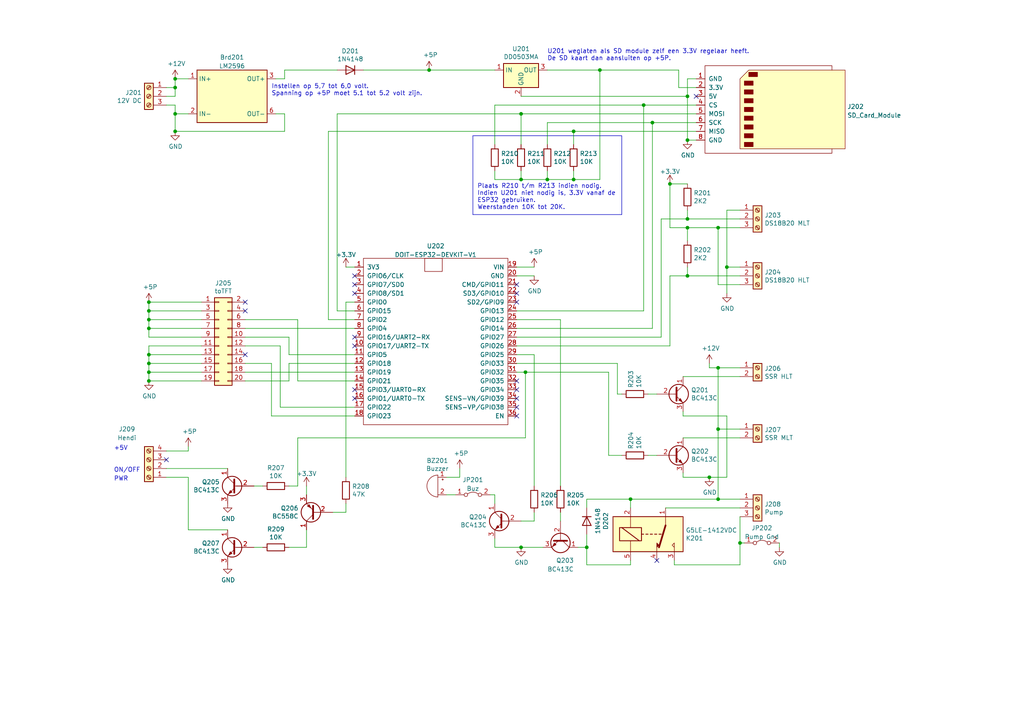
<source format=kicad_sch>
(kicad_sch (version 20230121) (generator eeschema)
  (paper "A4")
  (title_block (title "Brewboard") (date "2021-07-05") (rev "1.2") (company "MBSE") (comment 1 "Mainboard"))
  (lib_symbols
    (symbol "1N4148_1" (pin_numbers hide) (pin_names hide)
      (property "Reference" "D" (at 0 2.54 0))
      (property "Value" "1N4148_1" (at 0 -2.54 0))
      (symbol "1N4148_1_0_1"
        (polyline (pts (xy -1.27 1.27) (xy -1.27 -1.27)) (stroke (width 0.254)))
        (polyline (pts (xy 1.27 0) (xy -1.27 0)))
        (polyline (pts (xy 1.27 1.27) (xy 1.27 -1.27) (xy -1.27 0) (xy 1.27 1.27)) (stroke (width 0.254)))
      )
      (symbol "1N4148_1_1_1"
        (pin passive line (at -3.81 0 0) (length 2.54) (name "K") (number "1"))
        (pin passive line (at 3.81 0 180) (length 2.54) (name "A") (number "2"))
      )
    )
    (symbol "Connector:Screw_Terminal_01x02" (pin_names (offset 1.016) hide)
      (property "Reference" "J" (at 0 2.54 0))
      (property "Value" "Screw_Terminal_01x02" (at 0 -5.08 0))
      (symbol "Screw_Terminal_01x02_1_1"
        (rectangle (start -1.27 1.27) (end 1.27 -3.81) (stroke (width 0.254)) (fill (type background)))
        (circle (center 0 -2.54) (radius 0.635) (stroke (width 0.1524)))
        (polyline (pts (xy -0.5334 -2.2098) (xy 0.3302 -3.048)) (stroke (width 0.1524)))
        (polyline (pts (xy -0.5334 0.3302) (xy 0.3302 -0.508)) (stroke (width 0.1524)))
        (polyline (pts (xy -0.3556 -2.032) (xy 0.508 -2.8702)) (stroke (width 0.1524)))
        (polyline (pts (xy -0.3556 0.508) (xy 0.508 -0.3302)) (stroke (width 0.1524)))
        (circle (center 0 0) (radius 0.635) (stroke (width 0.1524)))
        (pin passive line (at -5.08 0 0) (length 3.81) (name "Pin_1") (number "1"))
        (pin passive line (at -5.08 -2.54 0) (length 3.81) (name "Pin_2") (number "2"))
      )
    )
    (symbol "Connector:Screw_Terminal_01x03" (pin_names (offset 1.016) hide)
      (property "Reference" "J" (at 0 5.08 0))
      (property "Value" "Screw_Terminal_01x03" (at 0 -5.08 0))
      (symbol "Screw_Terminal_01x03_1_1"
        (rectangle (start -1.27 3.81) (end 1.27 -3.81) (stroke (width 0.254)) (fill (type background)))
        (circle (center 0 -2.54) (radius 0.635) (stroke (width 0.1524)))
        (polyline (pts (xy -0.5334 -2.2098) (xy 0.3302 -3.048)) (stroke (width 0.1524)))
        (polyline (pts (xy -0.5334 0.3302) (xy 0.3302 -0.508)) (stroke (width 0.1524)))
        (polyline (pts (xy -0.5334 2.8702) (xy 0.3302 2.032)) (stroke (width 0.1524)))
        (polyline (pts (xy -0.3556 -2.032) (xy 0.508 -2.8702)) (stroke (width 0.1524)))
        (polyline (pts (xy -0.3556 0.508) (xy 0.508 -0.3302)) (stroke (width 0.1524)))
        (polyline (pts (xy -0.3556 3.048) (xy 0.508 2.2098)) (stroke (width 0.1524)))
        (circle (center 0 0) (radius 0.635) (stroke (width 0.1524)))
        (circle (center 0 2.54) (radius 0.635) (stroke (width 0.1524)))
        (pin passive line (at -5.08 2.54 0) (length 3.81) (name "Pin_1") (number "1"))
        (pin passive line (at -5.08 0 0) (length 3.81) (name "Pin_2") (number "2"))
        (pin passive line (at -5.08 -2.54 0) (length 3.81) (name "Pin_3") (number "3"))
      )
    )
    (symbol "Connector:Screw_Terminal_01x04" (pin_names (offset 1.016) hide)
      (property "Reference" "J" (at 0 5.08 0))
      (property "Value" "Screw_Terminal_01x04" (at 0 -7.62 0))
      (symbol "Screw_Terminal_01x04_1_1"
        (rectangle (start -1.27 3.81) (end 1.27 -6.35) (stroke (width 0.254)) (fill (type background)))
        (circle (center 0 -5.08) (radius 0.635) (stroke (width 0.1524)))
        (circle (center 0 -2.54) (radius 0.635) (stroke (width 0.1524)))
        (polyline (pts (xy -0.5334 -4.7498) (xy 0.3302 -5.588)) (stroke (width 0.1524)))
        (polyline (pts (xy -0.5334 -2.2098) (xy 0.3302 -3.048)) (stroke (width 0.1524)))
        (polyline (pts (xy -0.5334 0.3302) (xy 0.3302 -0.508)) (stroke (width 0.1524)))
        (polyline (pts (xy -0.5334 2.8702) (xy 0.3302 2.032)) (stroke (width 0.1524)))
        (polyline (pts (xy -0.3556 -4.572) (xy 0.508 -5.4102)) (stroke (width 0.1524)))
        (polyline (pts (xy -0.3556 -2.032) (xy 0.508 -2.8702)) (stroke (width 0.1524)))
        (polyline (pts (xy -0.3556 0.508) (xy 0.508 -0.3302)) (stroke (width 0.1524)))
        (polyline (pts (xy -0.3556 3.048) (xy 0.508 2.2098)) (stroke (width 0.1524)))
        (circle (center 0 0) (radius 0.635) (stroke (width 0.1524)))
        (circle (center 0 2.54) (radius 0.635) (stroke (width 0.1524)))
        (pin passive line (at -5.08 2.54 0) (length 3.81) (name "Pin_1") (number "1"))
        (pin passive line (at -5.08 0 0) (length 3.81) (name "Pin_2") (number "2"))
        (pin passive line (at -5.08 -2.54 0) (length 3.81) (name "Pin_3") (number "3"))
        (pin passive line (at -5.08 -5.08 0) (length 3.81) (name "Pin_4") (number "4"))
      )
    )
    (symbol "Connector_Generic:Conn_02x10_Odd_Even" (pin_names (offset 1.016) hide)
      (property "Reference" "J" (at 1.27 12.7 0))
      (property "Value" "Conn_02x10_Odd_Even" (at 1.27 -15.24 0))
      (symbol "Conn_02x10_Odd_Even_1_1"
        (rectangle (start -1.27 -12.573) (end 0 -12.827) (stroke (width 0.1524)))
        (rectangle (start -1.27 -10.033) (end 0 -10.287) (stroke (width 0.1524)))
        (rectangle (start -1.27 -7.493) (end 0 -7.747) (stroke (width 0.1524)))
        (rectangle (start -1.27 -4.953) (end 0 -5.207) (stroke (width 0.1524)))
        (rectangle (start -1.27 -2.413) (end 0 -2.667) (stroke (width 0.1524)))
        (rectangle (start -1.27 0.127) (end 0 -0.127) (stroke (width 0.1524)))
        (rectangle (start -1.27 2.667) (end 0 2.413) (stroke (width 0.1524)))
        (rectangle (start -1.27 5.207) (end 0 4.953) (stroke (width 0.1524)))
        (rectangle (start -1.27 7.747) (end 0 7.493) (stroke (width 0.1524)))
        (rectangle (start -1.27 10.287) (end 0 10.033) (stroke (width 0.1524)))
        (rectangle (start -1.27 11.43) (end 3.81 -13.97) (stroke (width 0.254)) (fill (type background)))
        (rectangle (start 3.81 -12.573) (end 2.54 -12.827) (stroke (width 0.1524)))
        (rectangle (start 3.81 -10.033) (end 2.54 -10.287) (stroke (width 0.1524)))
        (rectangle (start 3.81 -7.493) (end 2.54 -7.747) (stroke (width 0.1524)))
        (rectangle (start 3.81 -4.953) (end 2.54 -5.207) (stroke (width 0.1524)))
        (rectangle (start 3.81 -2.413) (end 2.54 -2.667) (stroke (width 0.1524)))
        (rectangle (start 3.81 0.127) (end 2.54 -0.127) (stroke (width 0.1524)))
        (rectangle (start 3.81 2.667) (end 2.54 2.413) (stroke (width 0.1524)))
        (rectangle (start 3.81 5.207) (end 2.54 4.953) (stroke (width 0.1524)))
        (rectangle (start 3.81 7.747) (end 2.54 7.493) (stroke (width 0.1524)))
        (rectangle (start 3.81 10.287) (end 2.54 10.033) (stroke (width 0.1524)))
        (pin passive line (at -5.08 10.16 0) (length 3.81) (name "Pin_1") (number "1"))
        (pin passive line (at 7.62 0 180) (length 3.81) (name "Pin_10") (number "10"))
        (pin passive line (at -5.08 -2.54 0) (length 3.81) (name "Pin_11") (number "11"))
        (pin passive line (at 7.62 -2.54 180) (length 3.81) (name "Pin_12") (number "12"))
        (pin passive line (at -5.08 -5.08 0) (length 3.81) (name "Pin_13") (number "13"))
        (pin passive line (at 7.62 -5.08 180) (length 3.81) (name "Pin_14") (number "14"))
        (pin passive line (at -5.08 -7.62 0) (length 3.81) (name "Pin_15") (number "15"))
        (pin passive line (at 7.62 -7.62 180) (length 3.81) (name "Pin_16") (number "16"))
        (pin passive line (at -5.08 -10.16 0) (length 3.81) (name "Pin_17") (number "17"))
        (pin passive line (at 7.62 -10.16 180) (length 3.81) (name "Pin_18") (number "18"))
        (pin passive line (at -5.08 -12.7 0) (length 3.81) (name "Pin_19") (number "19"))
        (pin passive line (at 7.62 10.16 180) (length 3.81) (name "Pin_2") (number "2"))
        (pin passive line (at 7.62 -12.7 180) (length 3.81) (name "Pin_20") (number "20"))
        (pin passive line (at -5.08 7.62 0) (length 3.81) (name "Pin_3") (number "3"))
        (pin passive line (at 7.62 7.62 180) (length 3.81) (name "Pin_4") (number "4"))
        (pin passive line (at -5.08 5.08 0) (length 3.81) (name "Pin_5") (number "5"))
        (pin passive line (at 7.62 5.08 180) (length 3.81) (name "Pin_6") (number "6"))
        (pin passive line (at -5.08 2.54 0) (length 3.81) (name "Pin_7") (number "7"))
        (pin passive line (at 7.62 2.54 180) (length 3.81) (name "Pin_8") (number "8"))
        (pin passive line (at -5.08 0 0) (length 3.81) (name "Pin_9") (number "9"))
      )
    )
    (symbol "Converter_DCDC:OKI-78SR-3.3_1.5-W36-C"
      (property "Reference" "U" (at -3.81 3.175 0))
      (property "Value" "OKI-78SR-3.3_1.5-W36-C" (at 0 3.175 0))
      (symbol "OKI-78SR-3.3_1.5-W36-C_0_1"
        (rectangle (start -5.08 1.905) (end 5.08 -5.08) (stroke (width 0.254)) (fill (type background)))
      )
      (symbol "OKI-78SR-3.3_1.5-W36-C_1_1"
        (pin power_in line (at -7.62 0 0) (length 2.54) (name "IN") (number "1"))
        (pin power_in line (at 0 -7.62 90) (length 2.54) (name "GND") (number "2"))
        (pin power_out line (at 7.62 0 180) (length 2.54) (name "OUT") (number "3"))
      )
    )
    (symbol "Device:Buzzer" (pin_names (offset 0.0254) hide)
      (property "Reference" "BZ" (at 3.81 1.27 0))
      (property "Value" "Buzzer" (at 3.81 -1.27 0))
      (symbol "Buzzer_0_1"
        (arc (start 0 -3.175) (mid 3.1612 0) (end 0 3.175))
        (polyline (pts (xy -1.651 1.905) (xy -1.143 1.905)))
        (polyline (pts (xy -1.397 2.159) (xy -1.397 1.651)))
        (polyline (pts (xy 0 3.175) (xy 0 -3.175)))
      )
      (symbol "Buzzer_1_1"
        (pin passive line (at -2.54 2.54 0) (length 2.54) (name "-") (number "1"))
        (pin passive line (at -2.54 -2.54 0) (length 2.54) (name "+") (number "2"))
      )
    )
    (symbol "Device:Q_PNP_CBE" (pin_names (offset 0) hide)
      (property "Reference" "Q" (at 5.08 1.27 0))
      (property "Value" "Q_PNP_CBE" (at 5.08 -1.27 0))
      (symbol "Q_PNP_CBE_0_1"
        (polyline (pts (xy 0.635 0.635) (xy 2.54 2.54)))
        (polyline (pts (xy 0.635 -0.635) (xy 2.54 -2.54) (xy 2.54 -2.54)))
        (polyline (pts (xy 0.635 1.905) (xy 0.635 -1.905) (xy 0.635 -1.905)) (stroke (width 0.508)))
        (polyline (pts (xy 2.286 -1.778) (xy 1.778 -2.286) (xy 1.27 -1.27) (xy 2.286 -1.778) (xy 2.286 -1.778)) (fill (type outline)))
        (circle (center 1.27 0) (radius 2.8194) (stroke (width 0.254)))
      )
      (symbol "Q_PNP_CBE_1_1"
        (pin passive line (at 2.54 5.08 270) (length 2.54) (name "C") (number "1"))
        (pin input line (at -5.08 0 0) (length 5.715) (name "B") (number "2"))
        (pin passive line (at 2.54 -5.08 90) (length 2.54) (name "E") (number "3"))
      )
    )
    (symbol "Device:R" (pin_numbers hide) (pin_names (offset 0))
      (property "Reference" "R" (at 2.032 0 90))
      (property "Value" "R" (at 0 0 90))
      (symbol "R_0_1"
        (rectangle (start -1.016 -2.54) (end 1.016 2.54) (stroke (width 0.254)))
      )
      (symbol "R_1_1"
        (pin passive line (at 0 3.81 270) (length 1.27) (name "~") (number "1"))
        (pin passive line (at 0 -3.81 90) (length 1.27) (name "~") (number "2"))
      )
    )
    (symbol "Diode:1N4148" (pin_numbers hide) (pin_names hide)
      (property "Reference" "D" (at 0 2.54 0))
      (property "Value" "1N4148" (at 0 -2.54 0))
      (symbol "1N4148_0_1"
        (polyline (pts (xy -1.27 1.27) (xy -1.27 -1.27)) (stroke (width 0.254)))
        (polyline (pts (xy 1.27 0) (xy -1.27 0)))
        (polyline (pts (xy 1.27 1.27) (xy 1.27 -1.27) (xy -1.27 0) (xy 1.27 1.27)) (stroke (width 0.254)))
      )
      (symbol "1N4148_1_1"
        (pin passive line (at -3.81 0 0) (length 2.54) (name "K") (number "1"))
        (pin passive line (at 3.81 0 180) (length 2.54) (name "A") (number "2"))
      )
    )
    (symbol "ESP32:DOIT-ESP32-DEVKIT-V1" (pin_names (offset 1.016))
      (property "Reference" "U" (at 1.27 -49.53 0))
      (property "Value" "DOIT-ESP32-DEVKIT-V1" (at 0 -52.07 0))
      (symbol "DOIT-ESP32-DEVKIT-V1_0_1"
        (rectangle (start -20.32 -48.26) (end 21.59 0))
        (rectangle (start 2.54 0) (end -2.54 -3.81))
      )
      (symbol "DOIT-ESP32-DEVKIT-V1_1_1"
        (pin power_out line (at -22.86 -2.54 0) (length 2.54) (name "3V3") (number "1"))
        (pin output line (at -22.86 -25.4 0) (length 2.54) (name "GPIO17/UART2-TX") (number "10"))
        (pin bidirectional line (at -22.86 -27.94 0) (length 2.54) (name "GPIO5") (number "11"))
        (pin bidirectional line (at -22.86 -30.48 0) (length 2.54) (name "GPIO18") (number "12"))
        (pin bidirectional line (at -22.86 -33.02 0) (length 2.54) (name "GPIO19") (number "13"))
        (pin bidirectional line (at -22.86 -35.56 0) (length 2.54) (name "GPIO21") (number "14"))
        (pin input line (at -22.86 -38.1 0) (length 2.54) (name "GPIO3/UART0-RX") (number "15"))
        (pin output line (at -22.86 -40.64 0) (length 2.54) (name "GPIO1/UART0-TX") (number "16"))
        (pin bidirectional line (at -22.86 -43.18 0) (length 2.54) (name "GPIO22") (number "17"))
        (pin bidirectional line (at -22.86 -45.72 0) (length 2.54) (name "GPIO23") (number "18"))
        (pin power_in line (at 24.13 -2.54 180) (length 2.54) (name "VIN") (number "19"))
        (pin unspecified line (at -22.86 -5.08 0) (length 2.54) (name "GPIO6/CLK") (number "2"))
        (pin power_in line (at 24.13 -5.08 180) (length 2.54) (name "GND") (number "20"))
        (pin unspecified line (at 24.13 -7.62 180) (length 2.54) (name "CMD/GPIO11") (number "21"))
        (pin unspecified line (at 24.13 -10.16 180) (length 2.54) (name "SD3/GPIO10") (number "22"))
        (pin unspecified line (at 24.13 -12.7 180) (length 2.54) (name "SD2/GPIO9") (number "23"))
        (pin bidirectional line (at 24.13 -15.24 180) (length 2.54) (name "GPIO13") (number "24"))
        (pin bidirectional line (at 24.13 -17.78 180) (length 2.54) (name "GPIO12") (number "25"))
        (pin bidirectional line (at 24.13 -20.32 180) (length 2.54) (name "GPIO14") (number "26"))
        (pin bidirectional line (at 24.13 -22.86 180) (length 2.54) (name "GPIO27") (number "27"))
        (pin bidirectional line (at 24.13 -25.4 180) (length 2.54) (name "GPIO26") (number "28"))
        (pin bidirectional line (at 24.13 -27.94 180) (length 2.54) (name "GPIO25") (number "29"))
        (pin unspecified line (at -22.86 -7.62 0) (length 2.54) (name "GPIO7/SD0") (number "3"))
        (pin bidirectional line (at 24.13 -30.48 180) (length 2.54) (name "GPIO33") (number "30"))
        (pin bidirectional line (at 24.13 -33.02 180) (length 2.54) (name "GPIO32") (number "31"))
        (pin bidirectional line (at 24.13 -35.56 180) (length 2.54) (name "GPIO35") (number "32"))
        (pin bidirectional line (at 24.13 -38.1 180) (length 2.54) (name "GPIO34") (number "33"))
        (pin bidirectional line (at 24.13 -40.64 180) (length 2.54) (name "SENS-VN/GPIO39") (number "34"))
        (pin bidirectional line (at 24.13 -43.18 180) (length 2.54) (name "SENS-VP/GPIO38") (number "35"))
        (pin input line (at 24.13 -45.72 180) (length 2.54) (name "EN") (number "36"))
        (pin unspecified line (at -22.86 -10.16 0) (length 2.54) (name "GPIO8/SD1") (number "4"))
        (pin bidirectional line (at -22.86 -12.7 0) (length 2.54) (name "GPIO0") (number "5"))
        (pin bidirectional line (at -22.86 -15.24 0) (length 2.54) (name "GPIO15") (number "6"))
        (pin bidirectional line (at -22.86 -17.78 0) (length 2.54) (name "GPIO2") (number "7"))
        (pin bidirectional line (at -22.86 -20.32 0) (length 2.54) (name "GPIO4") (number "8"))
        (pin input line (at -22.86 -22.86 0) (length 2.54) (name "GPIO16/UART2-RX") (number "9"))
      )
    )
    (symbol "Jumper:Jumper_2_Bridged" (pin_names (offset 0) hide)
      (property "Reference" "JP" (at 0 1.905 0))
      (property "Value" "Jumper_2_Bridged" (at 0 -2.54 0))
      (symbol "Jumper_2_Bridged_0_0"
        (circle (center -2.032 0) (radius 0.508))
        (circle (center 2.032 0) (radius 0.508))
      )
      (symbol "Jumper_2_Bridged_0_1"
        (arc (start 1.524 0.254) (mid 0 0.762) (end -1.524 0.254))
      )
      (symbol "Jumper_2_Bridged_1_1"
        (pin passive line (at -5.08 0 0) (length 2.54) (name "A") (number "1"))
        (pin passive line (at 5.08 0 180) (length 2.54) (name "B") (number "2"))
      )
    )
    (symbol "Relay:G5LE-1"
      (property "Reference" "K" (at 11.43 3.81 0))
      (property "Value" "G5LE-1" (at 11.43 1.27 0))
      (symbol "G5LE-1_0_0"
        (polyline (pts (xy 7.62 5.08) (xy 7.62 2.54) (xy 6.985 3.175) (xy 7.62 3.81)))
      )
      (symbol "G5LE-1_0_1"
        (rectangle (start -10.16 5.08) (end 10.16 -5.08) (stroke (width 0.254)) (fill (type background)))
        (rectangle (start -8.255 1.905) (end -1.905 -1.905) (stroke (width 0.254)))
        (polyline (pts (xy -7.62 -1.905) (xy -2.54 1.905)) (stroke (width 0.254)))
        (polyline (pts (xy -5.08 -5.08) (xy -5.08 -1.905)))
        (polyline (pts (xy -5.08 5.08) (xy -5.08 1.905)))
        (polyline (pts (xy -1.905 0) (xy -1.27 0)) (stroke (width 0.254)))
        (polyline (pts (xy -0.635 0) (xy 0 0)) (stroke (width 0.254)))
        (polyline (pts (xy 0.635 0) (xy 1.27 0)) (stroke (width 0.254)))
        (polyline (pts (xy 1.905 0) (xy 2.54 0)) (stroke (width 0.254)))
        (polyline (pts (xy 3.175 0) (xy 3.81 0)) (stroke (width 0.254)))
        (polyline (pts (xy 5.08 -2.54) (xy 3.175 3.81)) (stroke (width 0.508)))
        (polyline (pts (xy 5.08 -2.54) (xy 5.08 -5.08)))
        (polyline (pts (xy 2.54 5.08) (xy 2.54 2.54) (xy 3.175 3.175) (xy 2.54 3.81)) (fill (type outline)))
      )
      (symbol "G5LE-1_1_1"
        (pin passive line (at 5.08 -7.62 90) (length 2.54) (name "~") (number "1"))
        (pin passive line (at -5.08 -7.62 90) (length 2.54) (name "~") (number "2"))
        (pin passive line (at 7.62 7.62 270) (length 2.54) (name "~") (number "3"))
        (pin passive line (at 2.54 7.62 270) (length 2.54) (name "~") (number "4"))
        (pin passive line (at -5.08 7.62 270) (length 2.54) (name "~") (number "5"))
      )
    )
    (symbol "TFT_SD:LM2596"
      (property "Reference" "Brd" (at -8.89 8.89 0))
      (property "Value" "LM2596" (at 1.27 8.89 0))
      (symbol "LM2596_0_1"
        (rectangle (start -10.16 7.62) (end 10.16 -7.62) (stroke (width 0.254)) (fill (type background)))
      )
      (symbol "LM2596_1_1"
        (pin power_in line (at -12.7 5.08 0) (length 2.54) (name "IN+") (number "1"))
        (pin power_in line (at -12.7 -5.08 0) (length 2.54) (name "IN-") (number "2"))
        (pin power_out line (at 12.7 5.08 180) (length 2.54) (name "OUT+") (number "3"))
        (pin power_out line (at 12.7 -5.08 180) (length 2.54) (name "OUT-") (number "6"))
      )
    )
    (symbol "TFT_SD:SD_Card_Module" (pin_names (offset 1.016))
      (property "Reference" "J" (at -19.05 13.97 0))
      (property "Value" "SD_Card_Module" (at 8.89 13.97 0))
      (symbol "SD_Card_Module_0_1"
        (rectangle (start -8.89 -9.525) (end -6.35 -10.795) (fill (type outline)))
        (rectangle (start -8.89 -6.985) (end -6.35 -8.255) (fill (type outline)))
        (rectangle (start -8.89 -4.445) (end -6.35 -5.715) (fill (type outline)))
        (rectangle (start -8.89 -1.905) (end -6.35 -3.175) (fill (type outline)))
        (rectangle (start -8.89 0.635) (end -6.35 -0.635) (fill (type outline)))
        (rectangle (start -8.89 3.175) (end -6.35 1.905) (fill (type outline)))
        (rectangle (start -8.89 5.715) (end -6.35 4.445) (fill (type outline)))
        (rectangle (start -8.89 8.255) (end -6.35 6.985) (fill (type outline)))
        (rectangle (start -7.62 10.795) (end -5.08 9.525) (fill (type outline)))
        (polyline (pts (xy -10.16 8.89) (xy -7.62 11.43) (xy 20.32 11.43) (xy 20.32 -11.43) (xy -10.16 -11.43) (xy -10.16 8.89)) (fill (type background)))
        (polyline (pts (xy 16.51 11.43) (xy 16.51 12.7) (xy -20.32 12.7) (xy -20.32 -12.7) (xy 16.51 -12.7) (xy 16.51 -11.43)))
      )
      (symbol "SD_Card_Module_1_1"
        (pin power_in line (at -22.86 8.89 0) (length 2.54) (name "GND") (number "1"))
        (pin power_in line (at -22.86 6.35 0) (length 2.54) (name "3.3V") (number "2"))
        (pin power_in line (at -22.86 3.81 0) (length 2.54) (name "5V") (number "3"))
        (pin input line (at -22.86 1.27 0) (length 2.54) (name "CS") (number "4"))
        (pin input line (at -22.86 -1.27 0) (length 2.54) (name "MOSI") (number "5"))
        (pin input line (at -22.86 -3.81 0) (length 2.54) (name "SCK") (number "6"))
        (pin output line (at -22.86 -6.35 0) (length 2.54) (name "MISO") (number "7"))
        (pin power_in line (at -22.86 -8.89 0) (length 2.54) (name "GND") (number "8"))
      )
    )
    (symbol "Transistor_BJT:BC413C" (pin_names (offset 0) hide)
      (property "Reference" "Q" (at 5.08 1.905 0))
      (property "Value" "BC413C" (at 5.08 0 0))
      (symbol "BC413C_0_1"
        (polyline (pts (xy 0 0) (xy 0.635 0)))
        (polyline (pts (xy 0.635 0.635) (xy 2.54 2.54)))
        (polyline (pts (xy 0.635 -0.635) (xy 2.54 -2.54) (xy 2.54 -2.54)))
        (polyline (pts (xy 0.635 1.905) (xy 0.635 -1.905) (xy 0.635 -1.905)) (stroke (width 0.508)))
        (polyline (pts (xy 1.27 -1.778) (xy 1.778 -1.27) (xy 2.286 -2.286) (xy 1.27 -1.778) (xy 1.27 -1.778)) (fill (type outline)))
        (circle (center 1.27 0) (radius 2.8194) (stroke (width 0.254)))
      )
      (symbol "BC413C_1_1"
        (pin passive line (at 2.54 5.08 270) (length 2.54) (name "C") (number "1"))
        (pin input line (at -5.08 0 0) (length 5.08) (name "B") (number "2"))
        (pin passive line (at 2.54 -5.08 90) (length 2.54) (name "E") (number "3"))
      )
    )
    (symbol "power:+12V" (power) (pin_names (offset 0))
      (property "Value" "+12V" (at 0 3.556 0))
      (symbol "+12V_0_1"
        (polyline (pts (xy -0.762 1.27) (xy 0 2.54)))
        (polyline (pts (xy 0 0) (xy 0 2.54)))
        (polyline (pts (xy 0 2.54) (xy 0.762 1.27)))
      )
      (symbol "+12V_1_1"
        (pin power_in line (at 0 0 90) (length 0) hide (name "+12V") (number "1"))
      )
    )
    (symbol "power:+3.3V" (power) (pin_names (offset 0))
      (property "Value" "+3.3V" (at 0 3.556 0))
      (symbol "+3.3V_0_1"
        (polyline (pts (xy -0.762 1.27) (xy 0 2.54)))
        (polyline (pts (xy 0 0) (xy 0 2.54)))
        (polyline (pts (xy 0 2.54) (xy 0.762 1.27)))
      )
      (symbol "+3.3V_1_1"
        (pin power_in line (at 0 0 90) (length 0) hide (name "+3.3V") (number "1"))
      )
    )
    (symbol "power:+5P" (power) (pin_names (offset 0))
      (property "Value" "+5P" (at 0 3.556 0))
      (symbol "+5P_0_1"
        (polyline (pts (xy -0.762 1.27) (xy 0 2.54)))
        (polyline (pts (xy 0 0) (xy 0 2.54)))
        (polyline (pts (xy 0 2.54) (xy 0.762 1.27)))
      )
      (symbol "+5P_1_1"
        (pin power_in line (at 0 0 90) (length 0) hide (name "+5P") (number "1"))
      )
    )
    (symbol "power:GND" (power) (pin_names (offset 0))
      (property "Value" "GND" (at 0 -3.81 0))
      (symbol "GND_0_1"
        (polyline (pts (xy 0 0) (xy 0 -1.27) (xy 1.27 -1.27) (xy 0 -2.54) (xy -1.27 -1.27) (xy 0 -1.27)))
      )
      (symbol "GND_1_1"
        (pin power_in line (at 0 0 270) (length 0) hide (name "GND") (number "1"))
      )
    )
  )
  (junction (at 166.37 52.07))
  (junction (at 170.18 158.75))
  (junction (at 210.82 77.47))
  (junction (at 199.39 27.94))
  (junction (at 194.31 53.34))
  (junction (at 173.99 20.32))
  (junction (at 43.18 92.71))
  (junction (at 43.18 105.41))
  (junction (at 214.63 157.48))
  (junction (at 151.13 52.07))
  (junction (at 50.8 38.1))
  (junction (at 186.69 30.48))
  (junction (at 189.23 35.56))
  (junction (at 50.8 25.4))
  (junction (at 50.8 33.02))
  (junction (at 208.28 124.46))
  (junction (at 158.75 52.07))
  (junction (at 208.28 106.68))
  (junction (at 43.18 102.87))
  (junction (at 43.18 95.25))
  (junction (at 43.18 90.17))
  (junction (at 166.37 38.1))
  (junction (at 50.8 22.86))
  (junction (at 199.39 63.5))
  (junction (at 124.46 20.32))
  (junction (at 205.74 138.43))
  (junction (at 182.88 144.78))
  (junction (at 199.39 66.04))
  (junction (at 208.28 144.78))
  (junction (at 43.18 110.49))
  (junction (at 43.18 87.63))
  (junction (at 151.13 33.02))
  (junction (at 199.39 80.01))
  (junction (at 151.13 158.75))
  (junction (at 208.28 66.04))
  (junction (at 152.4 107.95))
  (junction (at 43.18 107.95))
  (junction (at 199.39 40.64))
  (no_connect (at 102.87 113.03))
  (no_connect (at 149.86 87.63))
  (no_connect (at 71.12 87.63))
  (no_connect (at 149.86 113.03))
  (no_connect (at 102.87 85.09))
  (no_connect (at 71.12 90.17))
  (no_connect (at 149.86 82.55))
  (no_connect (at 201.93 27.94))
  (no_connect (at 102.87 82.55))
  (no_connect (at 71.12 102.87))
  (no_connect (at 102.87 80.01))
  (no_connect (at 149.86 118.11))
  (no_connect (at 48.26 133.35))
  (no_connect (at 149.86 120.65))
  (no_connect (at 149.86 85.09))
  (no_connect (at 102.87 115.57))
  (no_connect (at 102.87 97.79))
  (no_connect (at 149.86 110.49))
  (no_connect (at 190.5 162.56))
  (no_connect (at 102.87 100.33))
  (no_connect (at 149.86 115.57))
  (wire (pts (xy 170.18 163.83) (xy 170.18 158.75)))
  (wire (pts (xy 129.54 143.51) (xy 132.08 143.51)))
  (wire (pts (xy 100.33 146.05) (xy 100.33 148.59)))
  (wire (pts (xy 102.87 90.17) (xy 97.79 90.17)))
  (wire (pts (xy 179.07 114.3) (xy 180.34 114.3)))
  (wire (pts (xy 151.13 52.07) (xy 158.75 52.07)))
  (wire (pts (xy 199.39 63.5) (xy 199.39 60.96)))
  (wire (pts (xy 83.82 97.79) (xy 83.82 102.87)))
  (wire (pts (xy 199.39 22.86) (xy 199.39 27.94)))
  (wire (pts (xy 199.39 69.85) (xy 199.39 66.04)))
  (wire (pts (xy 43.18 90.17) (xy 43.18 87.63)))
  (wire (pts (xy 199.39 80.01) (xy 199.39 77.47)))
  (wire (pts (xy 43.18 102.87) (xy 43.18 105.41)))
  (wire (pts (xy 86.36 110.49) (xy 102.87 110.49)))
  (wire (pts (xy 166.37 52.07) (xy 173.99 52.07)))
  (wire (pts (xy 170.18 144.78) (xy 170.18 147.32)))
  (wire (pts (xy 186.69 30.48) (xy 143.51 30.48)))
  (wire (pts (xy 191.77 63.5) (xy 191.77 97.79)))
  (wire (pts (xy 43.18 87.63) (xy 58.42 87.63)))
  (wire (pts (xy 208.28 144.78) (xy 214.63 144.78)))
  (wire (pts (xy 166.37 38.1) (xy 166.37 41.91)))
  (wire (pts (xy 58.42 107.95) (xy 43.18 107.95)))
  (wire (pts (xy 167.64 158.75) (xy 170.18 158.75)))
  (wire (pts (xy 198.12 138.43) (xy 198.12 137.16)))
  (wire (pts (xy 80.01 22.86) (xy 82.55 22.86)))
  (wire (pts (xy 50.8 38.1) (xy 82.55 38.1)))
  (wire (pts (xy 198.12 109.22) (xy 214.63 109.22)))
  (wire (pts (xy 196.85 25.4) (xy 196.85 20.32)))
  (wire (pts (xy 71.12 95.25) (xy 102.87 95.25)))
  (wire (pts (xy 194.31 80.01) (xy 199.39 80.01)))
  (wire (pts (xy 151.13 158.75) (xy 143.51 158.75)))
  (wire (pts (xy 83.82 105.41) (xy 102.87 105.41)))
  (wire (pts (xy 170.18 158.75) (xy 170.18 154.94)))
  (wire (pts (xy 210.82 138.43) (xy 205.74 138.43)))
  (wire (pts (xy 97.79 90.17) (xy 97.79 33.02)))
  (wire (pts (xy 48.26 27.94) (xy 50.8 27.94)))
  (wire (pts (xy 191.77 97.79) (xy 149.86 97.79)))
  (wire (pts (xy 208.28 106.68) (xy 205.74 106.68)))
  (wire (pts (xy 199.39 66.04) (xy 194.31 66.04)))
  (wire (pts (xy 201.93 25.4) (xy 196.85 25.4)))
  (wire (pts (xy 154.94 80.01) (xy 149.86 80.01)))
  (wire (pts (xy 157.48 158.75) (xy 151.13 158.75)))
  (wire (pts (xy 158.75 35.56) (xy 158.75 41.91)))
  (wire (pts (xy 158.75 49.53) (xy 158.75 52.07)))
  (wire (pts (xy 226.06 157.48) (xy 226.06 158.75)))
  (polyline (pts (xy 137.16 39.37) (xy 180.34 39.37)))
  (wire (pts (xy 58.42 90.17) (xy 43.18 90.17)))
  (wire (pts (xy 194.31 53.34) (xy 194.31 66.04)))
  (wire (pts (xy 43.18 110.49) (xy 58.42 110.49)))
  (wire (pts (xy 48.26 25.4) (xy 50.8 25.4)))
  (wire (pts (xy 81.28 118.11) (xy 102.87 118.11)))
  (wire (pts (xy 152.4 107.95) (xy 152.4 127)))
  (wire (pts (xy 43.18 107.95) (xy 43.18 110.49)))
  (wire (pts (xy 71.12 92.71) (xy 86.36 92.71)))
  (wire (pts (xy 214.63 106.68) (xy 208.28 106.68)))
  (wire (pts (xy 143.51 52.07) (xy 151.13 52.07)))
  (wire (pts (xy 43.18 92.71) (xy 43.18 90.17)))
  (wire (pts (xy 81.28 100.33) (xy 81.28 118.11)))
  (wire (pts (xy 151.13 49.53) (xy 151.13 52.07)))
  (wire (pts (xy 151.13 41.91) (xy 151.13 33.02)))
  (wire (pts (xy 54.61 138.43) (xy 48.26 138.43)))
  (wire (pts (xy 199.39 22.86) (xy 201.93 22.86)))
  (wire (pts (xy 152.4 127) (xy 86.36 127)))
  (wire (pts (xy 100.33 148.59) (xy 96.52 148.59)))
  (wire (pts (xy 189.23 35.56) (xy 201.93 35.56)))
  (wire (pts (xy 50.8 22.86) (xy 54.61 22.86)))
  (wire (pts (xy 201.93 40.64) (xy 199.39 40.64)))
  (wire (pts (xy 173.99 20.32) (xy 158.75 20.32)))
  (wire (pts (xy 189.23 35.56) (xy 158.75 35.56)))
  (wire (pts (xy 210.82 85.09) (xy 210.82 77.47)))
  (wire (pts (xy 83.82 110.49) (xy 83.82 105.41)))
  (wire (pts (xy 208.28 124.46) (xy 214.63 124.46)))
  (wire (pts (xy 210.82 60.96) (xy 210.82 77.47)))
  (wire (pts (xy 198.12 127) (xy 214.63 127)))
  (wire (pts (xy 102.87 87.63) (xy 100.33 87.63)))
  (wire (pts (xy 208.28 124.46) (xy 208.28 144.78)))
  (wire (pts (xy 54.61 130.81) (xy 54.61 129.54)))
  (wire (pts (xy 149.86 77.47) (xy 154.94 77.47)))
  (wire (pts (xy 162.56 151.13) (xy 162.56 148.59)))
  (wire (pts (xy 100.33 77.47) (xy 102.87 77.47)))
  (wire (pts (xy 143.51 49.53) (xy 143.51 52.07)))
  (wire (pts (xy 154.94 151.13) (xy 154.94 148.59)))
  (wire (pts (xy 214.63 149.86) (xy 214.63 157.48)))
  (wire (pts (xy 182.88 144.78) (xy 170.18 144.78)))
  (wire (pts (xy 143.51 158.75) (xy 143.51 156.21)))
  (wire (pts (xy 143.51 30.48) (xy 143.51 41.91)))
  (wire (pts (xy 151.13 27.94) (xy 199.39 27.94)))
  (wire (pts (xy 151.13 151.13) (xy 154.94 151.13)))
  (wire (pts (xy 214.63 157.48) (xy 215.9 157.48)))
  (wire (pts (xy 73.66 158.75) (xy 76.2 158.75)))
  (wire (pts (xy 83.82 158.75) (xy 88.9 158.75)))
  (wire (pts (xy 214.63 66.04) (xy 208.28 66.04)))
  (wire (pts (xy 158.75 52.07) (xy 166.37 52.07)))
  (wire (pts (xy 195.58 163.83) (xy 214.63 163.83)))
  (wire (pts (xy 82.55 38.1) (xy 82.55 33.02)))
  (wire (pts (xy 95.25 38.1) (xy 166.37 38.1)))
  (wire (pts (xy 43.18 97.79) (xy 43.18 95.25)))
  (wire (pts (xy 86.36 140.97) (xy 83.82 140.97)))
  (wire (pts (xy 210.82 77.47) (xy 214.63 77.47)))
  (wire (pts (xy 86.36 127) (xy 86.36 140.97)))
  (wire (pts (xy 78.74 105.41) (xy 78.74 120.65)))
  (wire (pts (xy 129.54 138.43) (xy 133.35 138.43)))
  (wire (pts (xy 82.55 20.32) (xy 97.79 20.32)))
  (wire (pts (xy 95.25 92.71) (xy 95.25 38.1)))
  (wire (pts (xy 182.88 162.56) (xy 182.88 163.83)))
  (wire (pts (xy 198.12 120.65) (xy 210.82 120.65)))
  (wire (pts (xy 124.46 20.32) (xy 143.51 20.32)))
  (wire (pts (xy 43.18 105.41) (xy 43.18 107.95)))
  (wire (pts (xy 166.37 38.1) (xy 201.93 38.1)))
  (wire (pts (xy 71.12 100.33) (xy 81.28 100.33)))
  (wire (pts (xy 149.86 100.33) (xy 194.31 100.33)))
  (wire (pts (xy 105.41 20.32) (xy 124.46 20.32)))
  (wire (pts (xy 83.82 102.87) (xy 102.87 102.87)))
  (wire (pts (xy 195.58 162.56) (xy 195.58 163.83)))
  (wire (pts (xy 82.55 33.02) (xy 80.01 33.02)))
  (wire (pts (xy 78.74 120.65) (xy 102.87 120.65)))
  (wire (pts (xy 43.18 95.25) (xy 43.18 92.71)))
  (wire (pts (xy 176.53 132.08) (xy 180.34 132.08)))
  (wire (pts (xy 58.42 92.71) (xy 43.18 92.71)))
  (wire (pts (xy 199.39 53.34) (xy 194.31 53.34)))
  (wire (pts (xy 143.51 146.05) (xy 143.51 143.51)))
  (wire (pts (xy 205.74 138.43) (xy 198.12 138.43)))
  (wire (pts (xy 214.63 147.32) (xy 193.04 147.32)))
  (wire (pts (xy 196.85 20.32) (xy 173.99 20.32)))
  (wire (pts (xy 86.36 92.71) (xy 86.36 110.49)))
  (wire (pts (xy 149.86 95.25) (xy 189.23 95.25)))
  (wire (pts (xy 162.56 92.71) (xy 162.56 140.97)))
  (wire (pts (xy 205.74 106.68) (xy 205.74 105.41)))
  (wire (pts (xy 50.8 27.94) (xy 50.8 25.4)))
  (wire (pts (xy 102.87 92.71) (xy 95.25 92.71)))
  (wire (pts (xy 71.12 97.79) (xy 83.82 97.79)))
  (wire (pts (xy 166.37 52.07) (xy 166.37 49.53)))
  (wire (pts (xy 182.88 144.78) (xy 182.88 147.32)))
  (wire (pts (xy 214.63 80.01) (xy 199.39 80.01)))
  (wire (pts (xy 50.8 33.02) (xy 50.8 38.1)))
  (wire (pts (xy 186.69 30.48) (xy 201.93 30.48)))
  (wire (pts (xy 199.39 27.94) (xy 199.39 40.64)))
  (wire (pts (xy 48.26 30.48) (xy 50.8 30.48)))
  (wire (pts (xy 100.33 87.63) (xy 100.33 138.43)))
  (wire (pts (xy 58.42 100.33) (xy 43.18 100.33)))
  (wire (pts (xy 71.12 105.41) (xy 78.74 105.41)))
  (wire (pts (xy 198.12 119.38) (xy 198.12 120.65)))
  (wire (pts (xy 214.63 63.5) (xy 199.39 63.5)))
  (polyline (pts (xy 137.16 62.23) (xy 137.16 39.37)))
  (wire (pts (xy 48.26 135.89) (xy 66.04 135.89)))
  (wire (pts (xy 214.63 157.48) (xy 214.63 163.83)))
  (wire (pts (xy 43.18 100.33) (xy 43.18 102.87)))
  (wire (pts (xy 54.61 153.67) (xy 66.04 153.67)))
  (wire (pts (xy 54.61 33.02) (xy 50.8 33.02)))
  (wire (pts (xy 190.5 132.08) (xy 187.96 132.08)))
  (wire (pts (xy 54.61 138.43) (xy 54.61 153.67)))
  (wire (pts (xy 82.55 22.86) (xy 82.55 20.32)))
  (wire (pts (xy 214.63 60.96) (xy 210.82 60.96)))
  (wire (pts (xy 71.12 107.95) (xy 102.87 107.95)))
  (polyline (pts (xy 180.34 39.37) (xy 180.34 62.23)))
  (wire (pts (xy 50.8 30.48) (xy 50.8 33.02)))
  (wire (pts (xy 154.94 140.97) (xy 154.94 102.87)))
  (wire (pts (xy 149.86 105.41) (xy 179.07 105.41)))
  (wire (pts (xy 88.9 143.51) (xy 88.9 140.97)))
  (wire (pts (xy 149.86 90.17) (xy 186.69 90.17)))
  (wire (pts (xy 194.31 100.33) (xy 194.31 80.01)))
  (wire (pts (xy 88.9 158.75) (xy 88.9 153.67)))
  (wire (pts (xy 58.42 105.41) (xy 43.18 105.41)))
  (wire (pts (xy 149.86 107.95) (xy 152.4 107.95)))
  (polyline (pts (xy 180.34 62.23) (xy 137.16 62.23)))
  (wire (pts (xy 58.42 102.87) (xy 43.18 102.87)))
  (wire (pts (xy 58.42 95.25) (xy 43.18 95.25)))
  (wire (pts (xy 97.79 33.02) (xy 151.13 33.02)))
  (wire (pts (xy 179.07 105.41) (xy 179.07 114.3)))
  (wire (pts (xy 142.24 143.51) (xy 143.51 143.51)))
  (wire (pts (xy 154.94 102.87) (xy 149.86 102.87)))
  (wire (pts (xy 176.53 107.95) (xy 176.53 132.08)))
  (wire (pts (xy 50.8 25.4) (xy 50.8 22.86)))
  (wire (pts (xy 173.99 52.07) (xy 173.99 20.32)))
  (wire (pts (xy 208.28 66.04) (xy 199.39 66.04)))
  (wire (pts (xy 199.39 63.5) (xy 191.77 63.5)))
  (wire (pts (xy 208.28 82.55) (xy 214.63 82.55)))
  (wire (pts (xy 133.35 138.43) (xy 133.35 135.89)))
  (wire (pts (xy 186.69 90.17) (xy 186.69 30.48)))
  (wire (pts (xy 71.12 110.49) (xy 83.82 110.49)))
  (wire (pts (xy 189.23 95.25) (xy 189.23 35.56)))
  (wire (pts (xy 73.66 140.97) (xy 76.2 140.97)))
  (wire (pts (xy 152.4 107.95) (xy 176.53 107.95)))
  (wire (pts (xy 58.42 97.79) (xy 43.18 97.79)))
  (wire (pts (xy 149.86 92.71) (xy 162.56 92.71)))
  (wire (pts (xy 210.82 120.65) (xy 210.82 138.43)))
  (wire (pts (xy 208.28 66.04) (xy 208.28 82.55)))
  (wire (pts (xy 182.88 163.83) (xy 170.18 163.83)))
  (wire (pts (xy 208.28 144.78) (xy 182.88 144.78)))
  (wire (pts (xy 208.28 106.68) (xy 208.28 124.46)))
  (wire (pts (xy 48.26 130.81) (xy 54.61 130.81)))
  (wire (pts (xy 190.5 114.3) (xy 187.96 114.3)))
  (wire (pts (xy 151.13 33.02) (xy 201.93 33.02)))
  (text "+5V" (at 33.02 130.81 0) (effects (font (size 1.27 1.27)) (justify left bottom)))
  (text "PWR" (at 33.02 139.7 0) (effects (font (size 1.27 1.27)) (justify left bottom)))
  (text "Plaats R210 t/m R213 indien nodig.\nIndien U201 niet nodig is, 3.3V vanaf de\nESP32 gebruiken.\nWeerstanden 10K tot 20K." (at 138.43 60.96 0) (effects (font (size 1.27 1.27)) (justify left bottom)))
  (text "ON/OFF" (at 33.02 137.16 0) (effects (font (size 1.27 1.27)) (justify left bottom)))
  (text "U201 weglaten als SD module zelf een 3.3V regelaar heeft.\nDe SD kaart dan aansluiten op +5P." (at 158.75 17.78 0) (effects (font (size 1.27 1.27)) (justify left bottom)))
  (text "Instellen op 5,7 tot 6,0 volt.\nSpanning op +5P moet 5.1 tot 5.2 volt zijn." (at 78.74 27.94 0) (effects (font (size 1.27 1.27)) (justify left bottom)))
  (symbol (lib_id "Converter_DCDC:OKI-78SR-3.3_1.5-W36-C") (at 151.13 20.32 0) (unit 1)
    (property "Reference" "U201" (at 151.13 14.1732 0))
    (property "Value" "DD0503MA" (at 151.13 16.4846 0))
    (property "Footprint" "Converter_DCDC:Converter_DCDC_Murata_OKI-78SR_Vertical" (effects hide))
    (property "Datasheet" "https://power.murata.com/data/power/oki-78sr.pdf" (effects hide))
  )
  (symbol (lib_id "Connector_Generic:Conn_02x10_Odd_Even") (at 63.5 97.79 0) (unit 1)
    (property "Reference" "J205" (at 64.77 82.1182 0))
    (property "Value" "toTFT" (at 64.77 84.4296 0))
  )
  (symbol (lib_id "Device:R") (at 199.39 73.66 0) (unit 1)
    (property "Reference" "R202" (at 201.168 72.4916 0) (effects (justify left)))
    (property "Value" "2K2" (at 201.168 74.803 0) (effects (justify left)))
  )
  (symbol (lib_id "Device:R") (at 199.39 57.15 0) (unit 1)
    (property "Reference" "R201" (at 201.168 55.9816 0) (effects (justify left)))
    (property "Value" "2K2" (at 201.168 58.293 0) (effects (justify left)))
  )
  (symbol (lib_id "Device:R") (at 184.15 114.3 90) (unit 1)
    (property "Reference" "R203" (at 182.9816 112.522 0) (effects (justify left)))
    (property "Value" "10K" (at 185.293 112.522 0) (effects (justify left)))
  )
  (symbol (lib_id "Device:R") (at 184.15 132.08 90) (unit 1)
    (property "Reference" "R204" (at 182.9816 130.302 0) (effects (justify left)))
    (property "Value" "10K" (at 185.293 130.302 0) (effects (justify left)))
  )
  (symbol (lib_id "Device:R") (at 154.94 144.78 0) (unit 1)
    (property "Reference" "R206" (at 156.718 143.6116 0) (effects (justify left)))
    (property "Value" "10K" (at 156.718 145.923 0) (effects (justify left)))
  )
  (symbol (lib_id "Device:R") (at 162.56 144.78 0) (unit 1)
    (property "Reference" "R205" (at 164.338 143.6116 0) (effects (justify left)))
    (property "Value" "10K" (at 164.338 145.923 0) (effects (justify left)))
  )
  (symbol (lib_id "Diode:1N4148") (at 101.6 20.32 0) (mirror y) (unit 1)
    (property "Reference" "D201" (at 101.6 14.8082 0))
    (property "Value" "1N4148" (at 101.6 17.1196 0))
    (property "Footprint" "Diode_THT:D_DO-35_SOD27_P7.62mm_Horizontal" (effects hide))
    (property "Datasheet" "https://assets.nexperia.com/documents/data-sheet/1N4148_1N4448.pdf" (effects hide))
  )
  (symbol (lib_name "1N4148_1") (lib_id "Diode:1N4148") (at 170.18 151.13 270) (unit 1)
    (property "Reference" "D202" (at 175.6918 151.13 0))
    (property "Value" "1N4148" (at 173.3804 151.13 0))
    (property "Footprint" "Diode_THT:D_DO-35_SOD27_P7.62mm_Horizontal" (effects hide))
    (property "Datasheet" "https://assets.nexperia.com/documents/data-sheet/1N4148_1N4448.pdf" (effects hide))
  )
  (symbol (lib_id "Transistor_BJT:BC413C") (at 195.58 132.08 0) (unit 1)
    (property "Reference" "Q202" (at 200.4314 130.9116 0) (effects (justify left)))
    (property "Value" "BC413C" (at 200.4314 133.223 0) (effects (justify left)))
    (property "Footprint" "Package_TO_SOT_THT:TO-92_Inline" (effects hide))
    (property "Datasheet" "http://www.cdil.com/datasheets/bc413_14_b_c.pdf" (effects hide))
  )
  (symbol (lib_id "Transistor_BJT:BC413C") (at 146.05 151.13 0) (mirror y) (unit 1)
    (property "Reference" "Q204" (at 141.1986 149.9616 0) (effects (justify left)))
    (property "Value" "BC413C" (at 141.1986 152.273 0) (effects (justify left)))
    (property "Footprint" "Package_TO_SOT_THT:TO-92_Inline" (effects hide))
    (property "Datasheet" "http://www.cdil.com/datasheets/bc413_14_b_c.pdf" (effects hide))
  )
  (symbol (lib_id "Transistor_BJT:BC413C") (at 162.56 156.21 270) (unit 1)
    (property "Reference" "Q203" (at 161.29 162.56 90) (effects (justify left)))
    (property "Value" "BC413C" (at 158.75 165.1 90) (effects (justify left)))
    (property "Footprint" "Package_TO_SOT_THT:TO-92_Inline" (effects hide))
    (property "Datasheet" "http://www.cdil.com/datasheets/bc413_14_b_c.pdf" (effects hide))
  )
  (symbol (lib_id "Transistor_BJT:BC413C") (at 195.58 114.3 0) (unit 1)
    (property "Reference" "Q201" (at 200.4314 113.1316 0) (effects (justify left)))
    (property "Value" "BC413C" (at 200.4314 115.443 0) (effects (justify left)))
    (property "Footprint" "Package_TO_SOT_THT:TO-92_Inline" (effects hide))
    (property "Datasheet" "http://www.cdil.com/datasheets/bc413_14_b_c.pdf" (effects hide))
  )
  (symbol (lib_id "Relay:G5LE-1") (at 187.96 154.94 0) (mirror x) (unit 1)
    (property "Reference" "K201" (at 198.882 156.1084 0) (effects (justify left)))
    (property "Value" "G5LE-1412VDC" (at 198.882 153.797 0) (effects (justify left)))
    (property "Footprint" "Relay_THT:Relay_SPDT_Omron-G5LE-1" (effects hide))
    (property "Datasheet" "http://www.omron.com/ecb/products/pdf/en-g5le.pdf" (effects hide))
  )
  (symbol (lib_id "Connector:Screw_Terminal_01x02") (at 219.71 106.68 0) (unit 1)
    (property "Reference" "J206" (at 221.742 106.8832 0) (effects (justify left)))
    (property "Value" "SSR HLT" (at 221.742 109.1946 0) (effects (justify left)))
  )
  (symbol (lib_id "Connector:Screw_Terminal_01x02") (at 219.71 124.46 0) (unit 1)
    (property "Reference" "J207" (at 221.742 124.6632 0) (effects (justify left)))
    (property "Value" "SSR MLT" (at 221.742 126.9746 0) (effects (justify left)))
  )
  (symbol (lib_id "Connector:Screw_Terminal_01x03") (at 219.71 63.5 0) (unit 1)
    (property "Reference" "J203" (at 221.742 62.4332 0) (effects (justify left)))
    (property "Value" "DS18B20 MLT" (at 221.742 64.7446 0) (effects (justify left)))
  )
  (symbol (lib_id "Connector:Screw_Terminal_01x03") (at 219.71 80.01 0) (unit 1)
    (property "Reference" "J204" (at 221.742 78.9432 0) (effects (justify left)))
    (property "Value" "DS18B20 HLT" (at 221.742 81.2546 0) (effects (justify left)))
  )
  (symbol (lib_id "Connector:Screw_Terminal_01x03") (at 219.71 147.32 0) (unit 1)
    (property "Reference" "J208" (at 221.742 146.2532 0) (effects (justify left)))
    (property "Value" "Pump" (at 221.742 148.5646 0) (effects (justify left)))
  )
  (symbol (lib_id "Connector:Screw_Terminal_01x03") (at 43.18 27.94 0) (mirror y) (unit 1)
    (property "Reference" "J201" (at 41.148 26.8732 0) (effects (justify left)))
    (property "Value" "12V DC" (at 41.148 29.1846 0) (effects (justify left)))
  )
  (symbol (lib_id "power:+12V") (at 205.74 105.41 0) (unit 1)
    (property "Reference" "#PWR0211" (effects hide))
    (property "Value" "+12V" (at 206.121 101.0158 0))
  )
  (symbol (lib_id "power:GND") (at 205.74 138.43 0) (unit 1)
    (property "Reference" "#PWR0214" (effects hide))
    (property "Value" "GND" (at 205.867 142.8242 0))
  )
  (symbol (lib_id "power:GND") (at 210.82 85.09 0) (unit 1)
    (property "Reference" "#PWR0209" (effects hide))
    (property "Value" "GND" (at 210.947 89.4842 0))
  )
  (symbol (lib_id "power:GND") (at 199.39 40.64 0) (unit 1)
    (property "Reference" "#PWR0204" (effects hide))
    (property "Value" "GND" (at 199.517 45.0342 0))
  )
  (symbol (lib_id "power:GND") (at 154.94 80.01 0) (unit 1)
    (property "Reference" "#PWR0208" (effects hide))
    (property "Value" "GND" (at 155.067 84.4042 0))
  )
  (symbol (lib_id "Transistor_BJT:BC413C") (at 68.58 158.75 0) (mirror y) (unit 1)
    (property "Reference" "Q207" (at 63.7286 157.5816 0) (effects (justify left)))
    (property "Value" "BC413C" (at 63.7286 159.893 0) (effects (justify left)))
    (property "Footprint" "Package_TO_SOT_THT:TO-92_Inline" (effects hide))
    (property "Datasheet" "http://www.cdil.com/datasheets/bc413_14_b_c.pdf" (effects hide))
  )
  (symbol (lib_id "Transistor_BJT:BC413C") (at 68.58 140.97 0) (mirror y) (unit 1)
    (property "Reference" "Q205" (at 63.7286 139.8016 0) (effects (justify left)))
    (property "Value" "BC413C" (at 63.7286 142.113 0) (effects (justify left)))
    (property "Footprint" "Package_TO_SOT_THT:TO-92_Inline" (effects hide))
    (property "Datasheet" "http://www.cdil.com/datasheets/bc413_14_b_c.pdf" (effects hide))
  )
  (symbol (lib_id "power:GND") (at 226.06 158.75 0) (unit 1)
    (property "Reference" "#PWR0216" (effects hide))
    (property "Value" "GND" (at 226.187 163.1442 0))
  )
  (symbol (lib_id "power:+5P") (at 54.61 129.54 0) (unit 1)
    (property "Reference" "#PWR0217" (effects hide))
    (property "Value" "+5P" (at 54.991 125.1458 0))
  )
  (symbol (lib_id "Connector:Screw_Terminal_01x04") (at 43.18 135.89 180) (unit 1)
    (property "Reference" "J209" (at 36.83 124.46 0))
    (property "Value" "Hendi" (at 36.83 127 0))
  )
  (symbol (lib_id "power:GND") (at 151.13 158.75 0) (unit 1)
    (property "Reference" "#PWR0215" (effects hide))
    (property "Value" "GND" (at 151.257 163.1442 0))
  )
  (symbol (lib_id "Device:Buzzer") (at 127 140.97 0) (mirror y) (unit 1)
    (property "Reference" "BZ201" (at 126.873 133.604 0))
    (property "Value" "Buzzer" (at 126.873 135.9154 0))
  )
  (symbol (lib_id "power:+5P") (at 124.46 20.32 0) (unit 1)
    (property "Reference" "#PWR0201" (effects hide))
    (property "Value" "+5P" (at 124.841 15.9258 0))
  )
  (symbol (lib_id "power:+5P") (at 154.94 77.47 0) (unit 1)
    (property "Reference" "#PWR0207" (effects hide))
    (property "Value" "+5P" (at 155.321 73.0758 0))
  )
  (symbol (lib_id "power:GND") (at 66.04 146.05 0) (unit 1)
    (property "Reference" "#PWR0219" (effects hide))
    (property "Value" "GND" (at 66.167 150.4442 0))
  )
  (symbol (lib_id "power:+5P") (at 133.35 135.89 0) (unit 1)
    (property "Reference" "#PWR0213" (effects hide))
    (property "Value" "+5P" (at 133.731 131.4958 0))
  )
  (symbol (lib_id "Device:R") (at 80.01 140.97 90) (unit 1)
    (property "Reference" "R207" (at 80.01 135.7122 90))
    (property "Value" "10K" (at 80.01 138.0236 90))
  )
  (symbol (lib_id "Device:R") (at 80.01 158.75 90) (unit 1)
    (property "Reference" "R209" (at 80.01 153.4922 90))
    (property "Value" "10K" (at 80.01 155.8036 90))
  )
  (symbol (lib_id "Device:R") (at 100.33 142.24 0) (unit 1)
    (property "Reference" "R208" (at 102.108 141.0716 0) (effects (justify left)))
    (property "Value" "47K" (at 102.108 143.383 0) (effects (justify left)))
  )
  (symbol (lib_id "power:+5P") (at 43.18 87.63 0) (unit 1)
    (property "Reference" "#PWR0210" (effects hide))
    (property "Value" "+5P" (at 43.561 83.2358 0))
  )
  (symbol (lib_id "power:GND") (at 43.18 110.49 0) (unit 1)
    (property "Reference" "#PWR0212" (effects hide))
    (property "Value" "GND" (at 43.307 114.8842 0))
  )
  (symbol (lib_id "power:GND") (at 66.04 163.83 0) (unit 1)
    (property "Reference" "#PWR0220" (effects hide))
    (property "Value" "GND" (at 66.167 168.2242 0))
  )
  (symbol (lib_id "Device:Q_PNP_CBE") (at 91.44 148.59 180) (unit 1)
    (property "Reference" "Q206" (at 86.5886 147.4216 0) (effects (justify left)))
    (property "Value" "BC558C" (at 86.5886 149.733 0) (effects (justify left)))
  )
  (symbol (lib_id "power:GND") (at 50.8 38.1 0) (unit 1)
    (property "Reference" "#PWR0203" (effects hide))
    (property "Value" "GND" (at 50.927 42.4942 0))
  )
  (symbol (lib_id "power:+12V") (at 50.8 22.86 0) (unit 1)
    (property "Reference" "#PWR0202" (effects hide))
    (property "Value" "+12V" (at 51.181 18.4658 0))
  )
  (symbol (lib_id "Device:R") (at 143.51 45.72 0) (unit 1)
    (property "Reference" "R210" (at 145.288 44.5516 0) (effects (justify left)))
    (property "Value" "10K" (at 145.288 46.863 0) (effects (justify left)))
  )
  (symbol (lib_id "Device:R") (at 151.13 45.72 0) (unit 1)
    (property "Reference" "R211" (at 152.908 44.5516 0) (effects (justify left)))
    (property "Value" "10K" (at 152.908 46.863 0) (effects (justify left)))
  )
  (symbol (lib_id "Device:R") (at 158.75 45.72 0) (unit 1)
    (property "Reference" "R212" (at 160.528 44.5516 0) (effects (justify left)))
    (property "Value" "10K" (at 160.528 46.863 0) (effects (justify left)))
  )
  (symbol (lib_id "Device:R") (at 166.37 45.72 0) (unit 1)
    (property "Reference" "R213" (at 168.148 44.5516 0) (effects (justify left)))
    (property "Value" "10K" (at 168.148 46.863 0) (effects (justify left)))
  )
  (symbol (lib_id "power:+3.3V") (at 88.9 140.97 0) (unit 1)
    (property "Reference" "#PWR0103" (effects hide))
    (property "Value" "+3.3V" (at 88.9 137.3942 0))
  )
  (symbol (lib_id "Jumper:Jumper_2_Bridged") (at 220.98 157.48 0) (unit 1)
    (property "Reference" "JP202" (at 220.98 153.1452 0))
    (property "Value" "Pump Gnd" (at 220.98 155.6821 0))
  )
  (symbol (lib_id "power:+3.3V") (at 194.31 53.34 0) (unit 1)
    (property "Reference" "#PWR0101" (effects hide))
    (property "Value" "+3.3V" (at 194.31 49.7642 0))
  )
  (symbol (lib_id "TFT_SD:SD_Card_Module") (at 224.79 31.75 0) (unit 1)
    (property "Reference" "J202" (at 245.745 30.9153 0) (effects (justify left)))
    (property "Value" "SD_Card_Module" (at 245.745 33.4522 0) (effects (justify left)))
    (property "Datasheet" "http://portal.fciconnect.com/Comergent//fci/drawing/10067847.pdf" (effects hide))
  )
  (symbol (lib_id "power:+3.3V") (at 100.33 77.47 0) (unit 1)
    (property "Reference" "#PWR0102" (effects hide))
    (property "Value" "+3.3V" (at 100.33 73.8942 0))
  )
  (symbol (lib_id "Jumper:Jumper_2_Bridged") (at 137.16 143.51 0) (unit 1)
    (property "Reference" "JP201" (at 137.16 139.1752 0))
    (property "Value" "Buz" (at 137.16 141.7121 0))
  )
  (symbol (lib_id "ESP32:DOIT-ESP32-DEVKIT-V1") (at 125.73 74.93 0) (unit 1)
    (property "Reference" "U202" (at 126.365 71.3572 0))
    (property "Value" "DOIT-ESP32-DEVKIT-V1" (at 126.365 73.8941 0))
  )
  (symbol (lib_id "TFT_SD:LM2596") (at 67.31 27.94 0) (unit 1)
    (property "Reference" "Brd201" (at 67.31 16.6202 0))
    (property "Value" "LM2596" (at 67.31 19.1571 0))
  )
)
</source>
